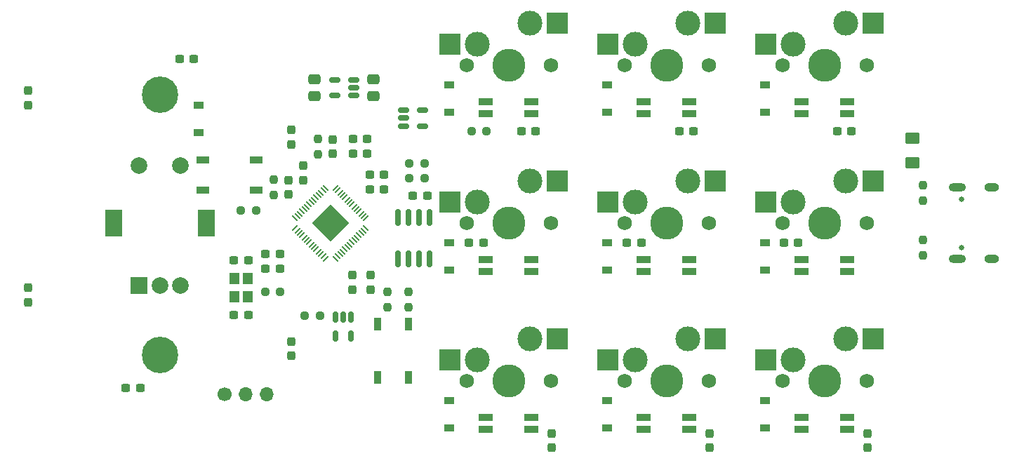
<source format=gbs>
G04 #@! TF.GenerationSoftware,KiCad,Pcbnew,7.0.1*
G04 #@! TF.CreationDate,2023-04-28T03:37:42-07:00*
G04 #@! TF.ProjectId,jam-pad,6a616d2d-7061-4642-9e6b-696361645f70,rev?*
G04 #@! TF.SameCoordinates,Original*
G04 #@! TF.FileFunction,Soldermask,Bot*
G04 #@! TF.FilePolarity,Negative*
%FSLAX46Y46*%
G04 Gerber Fmt 4.6, Leading zero omitted, Abs format (unit mm)*
G04 Created by KiCad (PCBNEW 7.0.1) date 2023-04-28 03:37:42*
%MOMM*%
%LPD*%
G01*
G04 APERTURE LIST*
G04 Aperture macros list*
%AMRoundRect*
0 Rectangle with rounded corners*
0 $1 Rounding radius*
0 $2 $3 $4 $5 $6 $7 $8 $9 X,Y pos of 4 corners*
0 Add a 4 corners polygon primitive as box body*
4,1,4,$2,$3,$4,$5,$6,$7,$8,$9,$2,$3,0*
0 Add four circle primitives for the rounded corners*
1,1,$1+$1,$2,$3*
1,1,$1+$1,$4,$5*
1,1,$1+$1,$6,$7*
1,1,$1+$1,$8,$9*
0 Add four rect primitives between the rounded corners*
20,1,$1+$1,$2,$3,$4,$5,0*
20,1,$1+$1,$4,$5,$6,$7,0*
20,1,$1+$1,$6,$7,$8,$9,0*
20,1,$1+$1,$8,$9,$2,$3,0*%
G04 Aperture macros list end*
%ADD10C,1.750000*%
%ADD11C,3.000000*%
%ADD12C,3.987800*%
%ADD13R,2.550000X2.500000*%
%ADD14R,1.740000X0.820000*%
%ADD15C,4.400000*%
%ADD16R,2.000000X2.000000*%
%ADD17C,2.000000*%
%ADD18R,2.000000X3.200000*%
%ADD19C,0.650000*%
%ADD20O,2.100000X1.000000*%
%ADD21O,1.800000X1.000000*%
%ADD22RoundRect,0.237500X0.300000X0.237500X-0.300000X0.237500X-0.300000X-0.237500X0.300000X-0.237500X0*%
%ADD23RoundRect,0.237500X0.237500X-0.300000X0.237500X0.300000X-0.237500X0.300000X-0.237500X-0.300000X0*%
%ADD24R,1.200000X0.900000*%
%ADD25RoundRect,0.237500X0.250000X0.237500X-0.250000X0.237500X-0.250000X-0.237500X0.250000X-0.237500X0*%
%ADD26RoundRect,0.250000X-0.475000X0.337500X-0.475000X-0.337500X0.475000X-0.337500X0.475000X0.337500X0*%
%ADD27RoundRect,0.237500X0.237500X-0.250000X0.237500X0.250000X-0.237500X0.250000X-0.237500X-0.250000X0*%
%ADD28R,0.850000X1.500000*%
%ADD29C,1.700000*%
%ADD30O,1.700000X1.700000*%
%ADD31RoundRect,0.237500X-0.250000X-0.237500X0.250000X-0.237500X0.250000X0.237500X-0.250000X0.237500X0*%
%ADD32RoundRect,0.250001X0.624999X-0.462499X0.624999X0.462499X-0.624999X0.462499X-0.624999X-0.462499X0*%
%ADD33RoundRect,0.237500X-0.237500X0.300000X-0.237500X-0.300000X0.237500X-0.300000X0.237500X0.300000X0*%
%ADD34RoundRect,0.237500X-0.237500X0.250000X-0.237500X-0.250000X0.237500X-0.250000X0.237500X0.250000X0*%
%ADD35R,1.200000X1.400000*%
%ADD36RoundRect,0.237500X-0.300000X-0.237500X0.300000X-0.237500X0.300000X0.237500X-0.300000X0.237500X0*%
%ADD37RoundRect,0.150000X0.512500X0.150000X-0.512500X0.150000X-0.512500X-0.150000X0.512500X-0.150000X0*%
%ADD38RoundRect,0.150000X0.150000X-0.825000X0.150000X0.825000X-0.150000X0.825000X-0.150000X-0.825000X0*%
%ADD39R,1.500000X0.850000*%
%ADD40RoundRect,0.150000X-0.150000X0.512500X-0.150000X-0.512500X0.150000X-0.512500X0.150000X0.512500X0*%
%ADD41RoundRect,0.150000X-0.512500X-0.150000X0.512500X-0.150000X0.512500X0.150000X-0.512500X0.150000X0*%
%ADD42RoundRect,0.050000X0.309359X-0.238649X-0.238649X0.309359X-0.309359X0.238649X0.238649X-0.309359X0*%
%ADD43RoundRect,0.050000X0.309359X0.238649X0.238649X0.309359X-0.309359X-0.238649X-0.238649X-0.309359X0*%
%ADD44RoundRect,0.144000X2.059095X0.000000X0.000000X2.059095X-2.059095X0.000000X0.000000X-2.059095X0*%
G04 APERTURE END LIST*
D10*
G04 #@! TO.C,SW4*
X97313750Y-53975000D03*
D11*
X98583750Y-51435000D03*
D12*
X102393750Y-53975000D03*
D11*
X104933750Y-48895000D03*
D10*
X107473750Y-53975000D03*
D13*
X95308750Y-51435000D03*
X108235750Y-48895000D03*
D14*
X99663750Y-58305000D03*
X105123750Y-58305000D03*
X99663750Y-59805000D03*
X105123750Y-59805000D03*
G04 #@! TD*
D10*
G04 #@! TO.C,SW9*
X135413750Y-73025000D03*
D11*
X136683750Y-70485000D03*
D12*
X140493750Y-73025000D03*
D11*
X143033750Y-67945000D03*
D10*
X145573750Y-73025000D03*
D13*
X133408750Y-70485000D03*
X146335750Y-67945000D03*
D14*
X143223750Y-78855000D03*
X137763750Y-78855000D03*
X143223750Y-77355000D03*
X137763750Y-77355000D03*
G04 #@! TD*
D15*
G04 #@! TO.C,H1*
X60325000Y-38481000D03*
G04 #@! TD*
D16*
G04 #@! TO.C,SW14*
X57825000Y-61475000D03*
D17*
X62825000Y-61475000D03*
X60325000Y-61475000D03*
D18*
X54725000Y-53975000D03*
X65925000Y-53975000D03*
D17*
X62825000Y-46975000D03*
X57825000Y-46975000D03*
G04 #@! TD*
D19*
G04 #@! TO.C,J1*
X157021875Y-56865000D03*
X157021875Y-51085000D03*
D20*
X156521875Y-58295000D03*
D21*
X160701875Y-58295000D03*
D20*
X156521875Y-49655000D03*
D21*
X160701875Y-49655000D03*
G04 #@! TD*
D10*
G04 #@! TO.C,SW5*
X116363750Y-53975000D03*
D11*
X117633750Y-51435000D03*
D12*
X121443750Y-53975000D03*
D11*
X123983750Y-48895000D03*
D10*
X126523750Y-53975000D03*
D13*
X114358750Y-51435000D03*
X127285750Y-48895000D03*
D14*
X118713750Y-58305000D03*
X124173750Y-58305000D03*
X118713750Y-59805000D03*
X124173750Y-59805000D03*
G04 #@! TD*
D15*
G04 #@! TO.C,H2*
X60325000Y-69850000D03*
G04 #@! TD*
D10*
G04 #@! TO.C,SW7*
X97313750Y-73025000D03*
D11*
X98583750Y-70485000D03*
D12*
X102393750Y-73025000D03*
D11*
X104933750Y-67945000D03*
D10*
X107473750Y-73025000D03*
D13*
X95308750Y-70485000D03*
X108235750Y-67945000D03*
D14*
X105123750Y-78855000D03*
X99663750Y-78855000D03*
X105123750Y-77355000D03*
X99663750Y-77355000D03*
G04 #@! TD*
D10*
G04 #@! TO.C,SW8*
X116363750Y-73025000D03*
D11*
X117633750Y-70485000D03*
D12*
X121443750Y-73025000D03*
D11*
X123983750Y-67945000D03*
D10*
X126523750Y-73025000D03*
D13*
X114358750Y-70485000D03*
X127285750Y-67945000D03*
D14*
X124173750Y-78855000D03*
X118713750Y-78855000D03*
X124173750Y-77355000D03*
X118713750Y-77355000D03*
G04 #@! TD*
D10*
G04 #@! TO.C,SW6*
X135413750Y-53975000D03*
D11*
X136683750Y-51435000D03*
D12*
X140493750Y-53975000D03*
D11*
X143033750Y-48895000D03*
D10*
X145573750Y-53975000D03*
D13*
X133408750Y-51435000D03*
X146335750Y-48895000D03*
D14*
X137763750Y-58305000D03*
X143223750Y-58305000D03*
X137763750Y-59805000D03*
X143223750Y-59805000D03*
G04 #@! TD*
D10*
G04 #@! TO.C,SW1*
X97313750Y-34925000D03*
D11*
X98583750Y-32385000D03*
D12*
X102393750Y-34925000D03*
D11*
X104933750Y-29845000D03*
D10*
X107473750Y-34925000D03*
D13*
X95308750Y-32385000D03*
X108235750Y-29845000D03*
D14*
X105123750Y-40755000D03*
X99663750Y-40755000D03*
X105123750Y-39255000D03*
X99663750Y-39255000D03*
G04 #@! TD*
D10*
G04 #@! TO.C,SW2*
X116363750Y-34925000D03*
D11*
X117633750Y-32385000D03*
D12*
X121443750Y-34925000D03*
D11*
X123983750Y-29845000D03*
D10*
X126523750Y-34925000D03*
D13*
X114358750Y-32385000D03*
X127285750Y-29845000D03*
D14*
X124173750Y-40755000D03*
X118713750Y-40755000D03*
X124173750Y-39255000D03*
X118713750Y-39255000D03*
G04 #@! TD*
D10*
G04 #@! TO.C,SW3*
X135413750Y-34925000D03*
D11*
X136683750Y-32385000D03*
D12*
X140493750Y-34925000D03*
D11*
X143033750Y-29845000D03*
D10*
X145573750Y-34925000D03*
D13*
X133408750Y-32385000D03*
X146335750Y-29845000D03*
D14*
X143223750Y-40755000D03*
X137763750Y-40755000D03*
X143223750Y-39255000D03*
X137763750Y-39255000D03*
G04 #@! TD*
D22*
G04 #@! TO.C,C11*
X85317500Y-45593000D03*
X83592500Y-45593000D03*
G04 #@! TD*
D23*
G04 #@! TO.C,C24*
X126603125Y-81031250D03*
X126603125Y-79306250D03*
G04 #@! TD*
D24*
G04 #@! TO.C,D4*
X95250000Y-59593750D03*
X95250000Y-56293750D03*
G04 #@! TD*
D25*
G04 #@! TO.C,R12*
X79612500Y-65151000D03*
X77787500Y-65151000D03*
G04 #@! TD*
D26*
G04 #@! TO.C,C1*
X86106000Y-36554500D03*
X86106000Y-38629500D03*
G04 #@! TD*
D23*
G04 #@! TO.C,C6*
X77597000Y-48741500D03*
X77597000Y-47016500D03*
G04 #@! TD*
D27*
G04 #@! TO.C,R3*
X90297000Y-64082300D03*
X90297000Y-62257300D03*
G04 #@! TD*
D28*
G04 #@! TO.C,SW13*
X90318200Y-72542000D03*
X90318200Y-66142000D03*
X86618200Y-72542000D03*
X86618200Y-66142000D03*
G04 #@! TD*
D29*
G04 #@! TO.C,J2*
X68103750Y-74612500D03*
D30*
X70643750Y-74612500D03*
X73183750Y-74612500D03*
G04 #@! TD*
D24*
G04 #@! TO.C,D1*
X95250000Y-40543750D03*
X95250000Y-37243750D03*
G04 #@! TD*
D22*
G04 #@! TO.C,C13*
X87349500Y-49911000D03*
X85624500Y-49911000D03*
G04 #@! TD*
D31*
G04 #@! TO.C,R10*
X70080500Y-52451000D03*
X71905500Y-52451000D03*
G04 #@! TD*
D22*
G04 #@! TO.C,C19*
X143737500Y-42862500D03*
X142012500Y-42862500D03*
G04 #@! TD*
D24*
G04 #@! TO.C,D2*
X114300000Y-40543750D03*
X114300000Y-37243750D03*
G04 #@! TD*
G04 #@! TO.C,D8*
X114300000Y-78643750D03*
X114300000Y-75343750D03*
G04 #@! TD*
D32*
G04 #@! TO.C,F1*
X151130000Y-46699500D03*
X151130000Y-43724500D03*
G04 #@! TD*
D33*
G04 #@! TO.C,C9*
X83566000Y-60224500D03*
X83566000Y-61949500D03*
G04 #@! TD*
D34*
G04 #@! TO.C,R2*
X152372858Y-55983500D03*
X152372858Y-57808500D03*
G04 #@! TD*
D35*
G04 #@! TO.C,Y1*
X70904000Y-60622000D03*
X70904000Y-62822000D03*
X69304000Y-62822000D03*
X69304000Y-60622000D03*
G04 #@! TD*
D31*
G04 #@! TO.C,R8*
X73001500Y-62230000D03*
X74826500Y-62230000D03*
G04 #@! TD*
D36*
G04 #@! TO.C,C12*
X73051500Y-57658000D03*
X74776500Y-57658000D03*
G04 #@! TD*
D22*
G04 #@! TO.C,C31*
X64431250Y-34131250D03*
X62706250Y-34131250D03*
G04 #@! TD*
D33*
G04 #@! TO.C,C32*
X44450000Y-37962500D03*
X44450000Y-39687500D03*
G04 #@! TD*
D22*
G04 #@! TO.C,C15*
X70966500Y-65024000D03*
X69241500Y-65024000D03*
G04 #@! TD*
D23*
G04 #@! TO.C,C25*
X145653125Y-81031250D03*
X145653125Y-79306250D03*
G04 #@! TD*
D24*
G04 #@! TO.C,D3*
X133350000Y-40543750D03*
X133350000Y-37243750D03*
G04 #@! TD*
D22*
G04 #@! TO.C,C20*
X137318750Y-56356250D03*
X135593750Y-56356250D03*
G04 #@! TD*
D24*
G04 #@! TO.C,D9*
X133350000Y-78643750D03*
X133350000Y-75343750D03*
G04 #@! TD*
D23*
G04 #@! TO.C,C23*
X107553125Y-81031250D03*
X107553125Y-79306250D03*
G04 #@! TD*
D27*
G04 #@! TO.C,R1*
X152372858Y-51204500D03*
X152372858Y-49379500D03*
G04 #@! TD*
D24*
G04 #@! TO.C,D5*
X114300000Y-59593750D03*
X114300000Y-56293750D03*
G04 #@! TD*
D37*
G04 #@! TO.C,U4*
X83687500Y-36642000D03*
X83687500Y-37592000D03*
X83687500Y-38542000D03*
X81412500Y-38542000D03*
X81412500Y-36642000D03*
G04 #@! TD*
D24*
G04 #@! TO.C,D7*
X95250000Y-78643750D03*
X95250000Y-75343750D03*
G04 #@! TD*
D26*
G04 #@! TO.C,C2*
X78994000Y-36554500D03*
X78994000Y-38629500D03*
G04 #@! TD*
D31*
G04 #@! TO.C,R7*
X90400500Y-46736000D03*
X92225500Y-46736000D03*
G04 #@! TD*
D27*
G04 #@! TO.C,R9*
X74041000Y-50518700D03*
X74041000Y-48693700D03*
G04 #@! TD*
D38*
G04 #@! TO.C,U3*
X92811600Y-58253400D03*
X91541600Y-58253400D03*
X90271600Y-58253400D03*
X89001600Y-58253400D03*
X89001600Y-53303400D03*
X90271600Y-53303400D03*
X91541600Y-53303400D03*
X92811600Y-53303400D03*
G04 #@! TD*
D36*
G04 #@! TO.C,C27*
X56218750Y-73818750D03*
X57943750Y-73818750D03*
G04 #@! TD*
D31*
G04 #@! TO.C,R11*
X97909375Y-42862500D03*
X99734375Y-42862500D03*
G04 #@! TD*
D22*
G04 #@! TO.C,C17*
X105637500Y-42862500D03*
X103912500Y-42862500D03*
G04 #@! TD*
D23*
G04 #@! TO.C,C26*
X76200000Y-69987500D03*
X76200000Y-68262500D03*
G04 #@! TD*
D24*
G04 #@! TO.C,D13*
X65024000Y-39752000D03*
X65024000Y-43052000D03*
G04 #@! TD*
D36*
G04 #@! TO.C,C3*
X83592500Y-43815000D03*
X85317500Y-43815000D03*
G04 #@! TD*
D22*
G04 #@! TO.C,C21*
X118406250Y-56356250D03*
X116681250Y-56356250D03*
G04 #@! TD*
D31*
G04 #@! TO.C,R6*
X90400500Y-48514000D03*
X92225500Y-48514000D03*
G04 #@! TD*
D39*
G04 #@! TO.C,SW15*
X71907000Y-46283000D03*
X65507000Y-46283000D03*
X71907000Y-49983000D03*
X65507000Y-49983000D03*
G04 #@! TD*
D34*
G04 #@! TO.C,R5*
X87797000Y-62257300D03*
X87797000Y-64082300D03*
G04 #@! TD*
D22*
G04 #@! TO.C,C22*
X99356250Y-56356250D03*
X97631250Y-56356250D03*
G04 #@! TD*
D36*
G04 #@! TO.C,C16*
X69241500Y-58420000D03*
X70966500Y-58420000D03*
G04 #@! TD*
G04 #@! TO.C,C5*
X85624500Y-48133000D03*
X87349500Y-48133000D03*
G04 #@! TD*
D24*
G04 #@! TO.C,D6*
X133350000Y-59593750D03*
X133350000Y-56293750D03*
G04 #@! TD*
D22*
G04 #@! TO.C,C4*
X92556500Y-50622200D03*
X90831500Y-50622200D03*
G04 #@! TD*
D23*
G04 #@! TO.C,C7*
X75819000Y-50468700D03*
X75819000Y-48743700D03*
G04 #@! TD*
D22*
G04 #@! TO.C,C8*
X74776500Y-59436000D03*
X73051500Y-59436000D03*
G04 #@! TD*
D33*
G04 #@! TO.C,C28*
X44450000Y-61775000D03*
X44450000Y-63500000D03*
G04 #@! TD*
D23*
G04 #@! TO.C,C14*
X81153000Y-45566500D03*
X81153000Y-43841500D03*
G04 #@! TD*
D40*
G04 #@! TO.C,U5*
X81473000Y-65283500D03*
X82423000Y-65283500D03*
X83373000Y-65283500D03*
X83373000Y-67558500D03*
X81473000Y-67558500D03*
G04 #@! TD*
D22*
G04 #@! TO.C,C18*
X124687500Y-42862500D03*
X122962500Y-42862500D03*
G04 #@! TD*
D27*
G04 #@! TO.C,R4*
X79375000Y-45616500D03*
X79375000Y-43791500D03*
G04 #@! TD*
D41*
G04 #@! TO.C,U2*
X89746875Y-42225000D03*
X89746875Y-41275000D03*
X89746875Y-40325000D03*
X92021875Y-40325000D03*
X92021875Y-42225000D03*
G04 #@! TD*
D33*
G04 #@! TO.C,C30*
X76200000Y-42725000D03*
X76200000Y-44450000D03*
G04 #@! TD*
D42*
G04 #@! TO.C,U1*
X85168157Y-54567202D03*
X84885314Y-54850045D03*
X84602472Y-55132887D03*
X84319629Y-55415730D03*
X84036786Y-55698573D03*
X83753944Y-55981415D03*
X83471101Y-56264258D03*
X83188258Y-56547101D03*
X82905415Y-56829944D03*
X82622573Y-57112786D03*
X82339730Y-57395629D03*
X82056887Y-57678472D03*
X81774045Y-57961314D03*
X81491202Y-58244157D03*
D43*
X80306798Y-58244157D03*
X80023955Y-57961314D03*
X79741113Y-57678472D03*
X79458270Y-57395629D03*
X79175427Y-57112786D03*
X78892585Y-56829944D03*
X78609742Y-56547101D03*
X78326899Y-56264258D03*
X78044056Y-55981415D03*
X77761214Y-55698573D03*
X77478371Y-55415730D03*
X77195528Y-55132887D03*
X76912686Y-54850045D03*
X76629843Y-54567202D03*
D42*
X76629843Y-53382798D03*
X76912686Y-53099955D03*
X77195528Y-52817113D03*
X77478371Y-52534270D03*
X77761214Y-52251427D03*
X78044056Y-51968585D03*
X78326899Y-51685742D03*
X78609742Y-51402899D03*
X78892585Y-51120056D03*
X79175427Y-50837214D03*
X79458270Y-50554371D03*
X79741113Y-50271528D03*
X80023955Y-49988686D03*
X80306798Y-49705843D03*
D43*
X81491202Y-49705843D03*
X81774045Y-49988686D03*
X82056887Y-50271528D03*
X82339730Y-50554371D03*
X82622573Y-50837214D03*
X82905415Y-51120056D03*
X83188258Y-51402899D03*
X83471101Y-51685742D03*
X83753944Y-51968585D03*
X84036786Y-52251427D03*
X84319629Y-52534270D03*
X84602472Y-52817113D03*
X84885314Y-53099955D03*
X85168157Y-53382798D03*
D44*
X80899000Y-53975000D03*
G04 #@! TD*
D33*
G04 #@! TO.C,C10*
X85725000Y-60224500D03*
X85725000Y-61949500D03*
G04 #@! TD*
M02*

</source>
